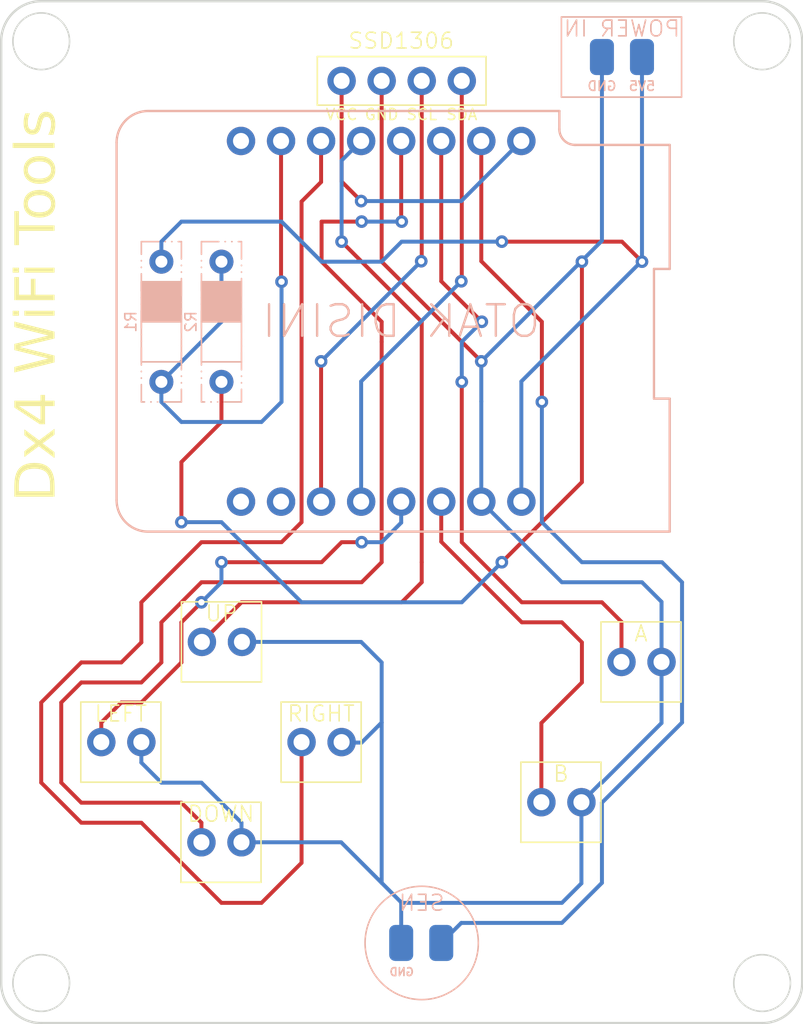
<source format=kicad_pcb>
(kicad_pcb (version 20221018) (generator pcbnew)
  (layers (0 "F.Cu" signal) (31 "B.Cu" signal) (34 "B.Paste" user) (35 "F.Paste" user) (36 "B.SilkS" user "B.Silkscreen") (37 "F.SilkS" user "F.Silkscreen") (38 "B.Mask" user) (39 "F.Mask" user) (44 "Edge.Cuts" user))
  (net 0 "")
  (footprint "WiFiTools:Button" (layer "F.Cu") (at 134.62 116.81)
    (fp_text reference "UP" (at 0 -1.8 unlocked) (layer "F.SilkS") (effects (font (thickness 0.1))))
    (fp_text value "Button")
    (fp_line (start -2.54 -2.54) (end 2.54 -2.54) (stroke (width 0.1)) (layer "F.SilkS"))
    (fp_line (start -2.54 2.54) (end -2.54 -2.54) (stroke (width 0.1)) (layer "F.SilkS"))
    (fp_line (start 2.54 -2.54) (end 2.54 2.54) (stroke (width 0.1)) (layer "F.SilkS"))
    (fp_line (start 2.54 2.54) (end -2.54 2.54) (stroke (width 0.1)) (layer "F.SilkS"))
    (pad "1" thru_hole circle (at -1.24 0) (size 1.8 1.8) (drill 1.016) (layers "*.Cu" "*.Mask"))
    (pad "2" thru_hole circle (at 1.3 0) (size 1.8 1.8) (drill 1.016) (layers "*.Cu" "*.Mask"))
  )
  (footprint "WiFiTools:Button" (layer "F.Cu") (at 156.15 126.97)
    (fp_text reference "B" (at 0 -1.8 unlocked) (layer "F.SilkS") (effects (font (thickness 0.1))))
    (fp_text value "Button")
    (fp_line (start -2.54 -2.54) (end 2.54 -2.54) (stroke (width 0.1)) (layer "F.SilkS"))
    (fp_line (start -2.54 2.54) (end -2.54 -2.54) (stroke (width 0.1)) (layer "F.SilkS"))
    (fp_line (start 2.54 -2.54) (end 2.54 2.54) (stroke (width 0.1)) (layer "F.SilkS"))
    (fp_line (start 2.54 2.54) (end -2.54 2.54) (stroke (width 0.1)) (layer "F.SilkS"))
    (pad "1" thru_hole circle (at -1.24 0) (size 1.8 1.8) (drill 1.016) (layers "*.Cu" "*.Mask"))
    (pad "2" thru_hole circle (at 1.3 0) (size 1.8 1.8) (drill 1.016) (layers "*.Cu" "*.Mask"))
  )
  (footprint "WiFiTools:oled" (layer "F.Cu") (at 146.02 86.33)
    (fp_text reference "SSD1306" (at 0 -7.62 unlocked) (layer "F.SilkS") (effects (font (thickness 0.1))))
    (fp_text value "oled" hide)
    (fp_text user "VCC" (at -3.78 -2.54 unlocked) (layer "F.SilkS") (effects (font (size 0.7 0.7) (thickness 0.1)) (justify bottom)))
    (fp_text user "SDA" (at 3.84 -2.54 unlocked) (layer "F.SilkS") (effects (font (size 0.7 0.7) (thickness 0.1)) (justify bottom)))
    (fp_text user "GND" (at -1.24 -2.54 unlocked) (layer "F.SilkS") (effects (font (size 0.7 0.7) (thickness 0.1)) (justify bottom)))
    (fp_text user "SCL" (at 1.3 -2.54 unlocked) (layer "F.SilkS") (effects (font (size 0.7 0.7) (thickness 0.1)) (justify bottom)))
    (fp_line (start -5.32 -6.62) (end 5.38 -6.62) (stroke (width 0.1)) (layer "F.SilkS"))
    (fp_line (start -5.32 -3.54) (end -5.32 -6.62) (stroke (width 0.1)) (layer "F.SilkS"))
    (fp_line (start 5.38 -6.62) (end 5.38 -3.54) (stroke (width 0.1)) (layer "F.SilkS"))
    (fp_line (start 5.38 -3.54) (end -5.32 -3.54) (stroke (width 0.1)) (layer "F.SilkS"))
    (pad "1" thru_hole circle (at -3.78 -5.08) (size 1.8 1.8) (drill 1.016) (layers "*.Cu" "*.Mask"))
    (pad "2" thru_hole circle (at -1.24 -5.08) (size 1.8 1.8) (drill 1.016) (layers "*.Cu" "*.Mask"))
    (pad "3" thru_hole circle (at 1.3 -5.08) (size 1.8 1.8) (drill 1.016) (layers "*.Cu" "*.Mask"))
    (pad "4" thru_hole circle (at 3.84 -5.08) (size 1.8 1.8) (drill 1.016) (layers "*.Cu" "*.Mask"))
  )
  (footprint "WiFiTools:Button" (layer "F.Cu") (at 140.94 123.16)
    (fp_text reference "RIGHT" (at 0 -1.8 unlocked) (layer "F.SilkS") (effects (font (thickness 0.1))))
    (fp_text value "Button")
    (fp_line (start -2.54 -2.54) (end 2.54 -2.54) (stroke (width 0.1)) (layer "F.SilkS"))
    (fp_line (start -2.54 2.54) (end -2.54 -2.54) (stroke (width 0.1)) (layer "F.SilkS"))
    (fp_line (start 2.54 -2.54) (end 2.54 2.54) (stroke (width 0.1)) (layer "F.SilkS"))
    (fp_line (start 2.54 2.54) (end -2.54 2.54) (stroke (width 0.1)) (layer "F.SilkS"))
    (pad "1" thru_hole circle (at -1.24 0) (size 1.8 1.8) (drill 1.016) (layers "*.Cu" "*.Mask"))
    (pad "2" thru_hole circle (at 1.3 0) (size 1.8 1.8) (drill 1.016) (layers "*.Cu" "*.Mask"))
  )
  (footprint "WiFiTools:Button" (layer "F.Cu") (at 134.59 129.51)
    (fp_text reference "DOWN" (at 0 -1.8 unlocked) (layer "F.SilkS") (effects (font (thickness 0.1))))
    (fp_text value "Button")
    (fp_line (start -2.54 -2.54) (end 2.54 -2.54) (stroke (width 0.1)) (layer "F.SilkS"))
    (fp_line (start -2.54 2.54) (end -2.54 -2.54) (stroke (width 0.1)) (layer "F.SilkS"))
    (fp_line (start 2.54 -2.54) (end 2.54 2.54) (stroke (width 0.1)) (layer "F.SilkS"))
    (fp_line (start 2.54 2.54) (end -2.54 2.54) (stroke (width 0.1)) (layer "F.SilkS"))
    (pad "1" thru_hole circle (at -1.24 0) (size 1.8 1.8) (drill 1.016) (layers "*.Cu" "*.Mask"))
    (pad "2" thru_hole circle (at 1.3 0) (size 1.8 1.8) (drill 1.016) (layers "*.Cu" "*.Mask"))
  )
  (footprint "WiFiTools:logo" (layer "F.Cu") (at 146.05 114.3)
    (fp_text reference "" (at 0 0) (layer "F.SilkS") (effects (font (size 1.5 1.5) (thickness 0.3) italic)))
    (fp_text value "LOGO" hide)
  )
  (footprint "WiFiTools:Button" (layer "F.Cu") (at 161.23 118.08)
    (fp_text reference "A" (at 0 -1.8 unlocked) (layer "F.SilkS") (effects (font (thickness 0.1))))
    (fp_text value "Button")
    (fp_line (start -2.54 -2.54) (end 2.54 -2.54) (stroke (width 0.1)) (layer "F.SilkS"))
    (fp_line (start -2.54 2.54) (end -2.54 -2.54) (stroke (width 0.1)) (layer "F.SilkS"))
    (fp_line (start 2.54 -2.54) (end 2.54 2.54) (stroke (width 0.1)) (layer "F.SilkS"))
    (fp_line (start 2.54 2.54) (end -2.54 2.54) (stroke (width 0.1)) (layer "F.SilkS"))
    (pad "1" thru_hole circle (at -1.24 0) (size 1.8 1.8) (drill 1.016) (layers "*.Cu" "*.Mask"))
    (pad "2" thru_hole circle (at 1.3 0) (size 1.8 1.8) (drill 1.016) (layers "*.Cu" "*.Mask"))
  )
  (footprint "WiFiTools:Button" (layer "F.Cu") (at 128.24 123.16)
    (fp_text reference "LEFT" (at 0 -1.8 unlocked) (layer "F.SilkS") (effects (font (thickness 0.1))))
    (fp_text value "Button")
    (fp_line (start -2.54 -2.54) (end 2.54 -2.54) (stroke (width 0.1)) (layer "F.SilkS"))
    (fp_line (start -2.54 2.54) (end -2.54 -2.54) (stroke (width 0.1)) (layer "F.SilkS"))
    (fp_line (start 2.54 -2.54) (end 2.54 2.54) (stroke (width 0.1)) (layer "F.SilkS"))
    (fp_line (start 2.54 2.54) (end -2.54 2.54) (stroke (width 0.1)) (layer "F.SilkS"))
    (pad "1" thru_hole circle (at -1.24 0) (size 1.8 1.8) (drill 1.016) (layers "*.Cu" "*.Mask"))
    (pad "2" thru_hole circle (at 1.3 0) (size 1.8 1.8) (drill 1.016) (layers "*.Cu" "*.Mask"))
  )
  (footprint "WiFiTools:Power 5V" (layer "B.Cu") (at 160.02 78.74 180)
    (fp_text reference "POWER IN" (at 0 0.8 unlocked) (layer "B.SilkS") (effects (font (thickness 0.1)) (justify mirror)))
    (fp_text value "Power 5V")
    (fp_text user "5V5" (at -1.27 -2.84 unlocked) (layer "B.SilkS") (effects (font (size 0.6 0.6) (thickness 0.1)) (justify mirror)))
    (fp_text user "GND" (at 1.27 -2.84 unlocked) (layer "B.SilkS") (effects (font (size 0.6 0.6) (thickness 0.1)) (justify mirror)))
    (fp_line (start -3.78 -3.54) (end -3.78 1.54) (stroke (width 0.1)) (layer "B.SilkS"))
    (fp_line (start -3.78 1.54) (end 3.84 1.54) (stroke (width 0.1)) (layer "B.SilkS"))
    (fp_line (start 3.84 -3.54) (end -3.78 -3.54) (stroke (width 0.1)) (layer "B.SilkS"))
    (fp_line (start 3.84 1.54) (end 3.84 -3.54) (stroke (width 0.1)) (layer "B.SilkS"))
    (pad "1" smd roundrect (at -1.27 -1 90) (size 2.286 1.524) (layers "B.Cu" "B.Paste" "B.Mask"))
    (pad "2" smd roundrect (at 1.27 -1 90) (size 2.286 1.524) (layers "B.Cu" "B.Paste" "B.Mask"))
  )
  (footprint "WiFiTools:Senter" (layer "B.Cu") (at 147.32 135.89 180)
    (fp_text reference "SEN" (at 0 2.54 unlocked) (layer "B.SilkS") (effects (font (thickness 0.1)) (justify mirror)))
    (fp_text value "Senter")
    (fp_text user "GND" (at 1.27 -1.84 unlocked) (layer "B.SilkS") (effects (font (size 0.5 0.5) (thickness 0.1)) (justify mirror)))
    (fp_circle (center 0 0) (end -2.54 2.54) (stroke (width 0.1)) (fill none) (layer "B.SilkS"))
    (pad "1" smd roundrect (at -1.24 0 90) (size 2.286 1.524) (layers "B.Cu" "B.Paste" "B.Mask"))
    (pad "2" smd roundrect (at 1.3 0 90) (size 2.286 1.524) (layers "B.Cu" "B.Paste" "B.Mask"))
  )
  (footprint "WiFiTools:Resistor" (layer "B.Cu") (at 134.62 96.52 -90)
    (fp_text reference "R2" (at 0 1.94 90 unlocked) (layer "B.SilkS") (effects (font (size 0.7 0.7) (thickness 0.1)) (justify mirror)))
    (fp_text value "Resistor")
    (fp_rect (start -5.08 1.27) (end 5.08 -1.27) (stroke (width 0.1) (type dash_dot_dot)) (fill none) (layer "B.SilkS"))
    (fp_rect (start -2.54 1.27) (end 0 -1.27) (stroke (width 0.1)) (fill solid) (layer "B.SilkS"))
    (fp_rect (start 0 1.27) (end 2.54 -1.27) (stroke (width 0.1)) (fill none) (layer "B.SilkS"))
    (pad "1" thru_hole circle (at -3.81 0 270) (size 1.524 1.524) (drill 0.762) (layers "*.Cu" "*.Mask"))
    (pad "2" thru_hole circle (at 3.81 0 270) (size 1.524 1.524) (drill 0.762) (layers "*.Cu" "*.Mask"))
  )
  (footprint "WiFiTools:wemos-d1-mini-connectors-only" (layer "B.Cu") (at 144.75 96.49 180)
    (fp_text reference "OTAK DISINI" (at -1.27 0) (layer "B.SilkS") (effects (font (size 2 2)) (justify mirror)))
    (fp_text value "Wemos-D1-mini")
    (fp_line (start -18.3 -13.33) (end 14.78 -13.33) (stroke (width 0.15)) (layer "B.SilkS"))
    (fp_line (start -18.3 -4.9) (end -18.3 -13.329999) (stroke (width 0.15)) (layer "B.SilkS"))
    (fp_line (start -18.3 3.32) (end -17.3 3.32) (stroke (width 0.15)) (layer "B.SilkS"))
    (fp_line (start -18.3 11.18) (end -18.3 3.32) (stroke (width 0.15)) (layer "B.SilkS"))
    (fp_line (start -18.3 11.18) (end -12.3 11.18) (stroke (width 0.15)) (layer "B.SilkS"))
    (fp_line (start -17.3 -4.9) (end -18.3 -4.9) (stroke (width 0.15)) (layer "B.SilkS"))
    (fp_line (start -17.3 3.32) (end -17.3 -4.9) (stroke (width 0.15)) (layer "B.SilkS"))
    (fp_line (start -11.3 12.17) (end -11.3 13.33) (stroke (width 0.15)) (layer "B.SilkS"))
    (fp_line (start -11.3 13.33) (end -11.3 13.33) (stroke (width 0.15)) (layer "B.SilkS"))
    (fp_line (start 14.78 13.33) (end -11.3 13.33) (stroke (width 0.15)) (layer "B.SilkS"))
    (fp_line (start 16.78 -11.33) (end 16.78 11.33) (stroke (width 0.15)) (layer "B.SilkS"))
    (fp_arc (start -12.3 11.18) (mid -11.592893 11.472893) (end -11.3 12.18) (stroke (width 0.15)) (layer "B.SilkS"))
    (fp_arc (start 14.78 -13.33) (mid 16.194214 -12.744214) (end 16.78 -11.33) (stroke (width 0.15)) (layer "B.SilkS"))
    (fp_arc (start 16.78 11.33) (mid 16.194214 12.744214) (end 14.78 13.33) (stroke (width 0.15)) (layer "B.SilkS"))
    (pad "1" thru_hole circle (at 8.89 11.43 180) (size 1.8 1.8) (drill 1.016) (layers "*.Cu" "*.Mask"))
    (pad "2" thru_hole circle (at 6.35 11.43 180) (size 1.8 1.8) (drill 1.016) (layers "*.Cu" "*.Mask"))
    (pad "3" thru_hole circle (at 3.81 11.43 180) (size 1.8 1.8) (drill 1.016) (layers "*.Cu" "*.Mask"))
    (pad "4" thru_hole circle (at 1.27 11.43 180) (size 1.8 1.8) (drill 1.016) (layers "*.Cu" "*.Mask"))
    (pad "5" thru_hole circle (at -1.27 11.43 180) (size 1.8 1.8) (drill 1.016) (layers "*.Cu" "*.Mask"))
    (pad "6" thru_hole circle (at -3.81 11.43 180) (size 1.8 1.8) (drill 1.016) (layers "*.Cu" "*.Mask"))
    (pad "7" thru_hole circle (at -6.35 11.43 180) (size 1.8 1.8) (drill 1.016) (layers "*.Cu" "*.Mask"))
    (pad "8" thru_hole circle (at -8.89 11.43 180) (size 1.8 1.8) (drill 1.016) (layers "*.Cu" "*.Mask"))
    (pad "9" thru_hole circle (at -8.89 -11.43 180) (size 1.8 1.8) (drill 1.016) (layers "*.Cu" "*.Mask"))
    (pad "10" thru_hole circle (at -6.35 -11.43 180) (size 1.8 1.8) (drill 1.016) (layers "*.Cu" "*.Mask"))
    (pad "11" thru_hole circle (at -3.81 -11.43 180) (size 1.8 1.8) (drill 1.016) (layers "*.Cu" "*.Mask"))
    (pad "12" thru_hole circle (at -1.27 -11.43 180) (size 1.8 1.8) (drill 1.016) (layers "*.Cu" "*.Mask"))
    (pad "13" thru_hole circle (at 1.27 -11.43 180) (size 1.8 1.8) (drill 1.016) (layers "*.Cu" "*.Mask"))
    (pad "14" thru_hole circle (at 3.81 -11.43 180) (size 1.8 1.8) (drill 1.016) (layers "*.Cu" "*.Mask"))
    (pad "15" thru_hole circle (at 6.35 -11.43 180) (size 1.8 1.8) (drill 1.016) (layers "*.Cu" "*.Mask"))
    (pad "16" thru_hole circle (at 8.89 -11.43 180) (size 1.8 1.8) (drill 1.016) (layers "*.Cu" "*.Mask"))
  )
  (footprint "WiFiTools:Resistor" (layer "B.Cu") (at 130.81 96.52 -90)
    (fp_text reference "R1" (at 0 1.94 90 unlocked) (layer "B.SilkS") (effects (font (size 0.7 0.7) (thickness 0.1)) (justify mirror)))
    (fp_text value "Resistor")
    (fp_rect (start -5.08 1.27) (end 5.08 -1.27) (stroke (width 0.1) (type dash_dot_dot)) (fill none) (layer "B.SilkS"))
    (fp_rect (start -2.54 1.27) (end 0 -1.27) (stroke (width 0.1)) (fill solid) (layer "B.SilkS"))
    (fp_rect (start 0 1.27) (end 2.54 -1.27) (stroke (width 0.1)) (fill none) (layer "B.SilkS"))
    (pad "1" thru_hole circle (at -3.81 0 270) (size 1.524 1.524) (drill 0.762) (layers "*.Cu" "*.Mask"))
    (pad "2" thru_hole circle (at 3.81 0 270) (size 1.524 1.524) (drill 0.762) (layers "*.Cu" "*.Mask"))
  )
  (gr_arc (start 171.45 138.43) (mid 170.706051 140.226051) (end 168.91 140.97) (stroke (width 0.15)) (layer "Edge.Cuts"))
  (gr_line (start 171.45 138.43) (end 171.45 78.74) (stroke (width 0.15)) (layer "Edge.Cuts"))
  (gr_circle (center 123.19 138.43) (end 121.393949 138.43) (stroke (width 0.1)) (fill none) (layer "Edge.Cuts"))
  (gr_line (start 120.65 78.74) (end 120.65 138.43) (stroke (width 0.15)) (layer "Edge.Cuts"))
  (gr_line (start 168.91 76.2) (end 123.19 76.2) (stroke (width 0.15)) (layer "Edge.Cuts"))
  (gr_arc (start 123.19 140.97) (mid 121.393949 140.226051) (end 120.65 138.43) (stroke (width 0.15)) (layer "Edge.Cuts"))
  (gr_circle (center 168.91 78.74) (end 170.18 77.47) (stroke (width 0.1)) (fill none) (layer "Edge.Cuts"))
  (gr_arc (start 168.91 76.2) (mid 170.706051 76.943949) (end 171.45 78.74) (stroke (width 0.15)) (layer "Edge.Cuts"))
  (gr_circle (center 168.91 138.43) (end 167.113949 138.43) (stroke (width 0.1)) (fill none) (layer "Edge.Cuts"))
  (gr_line (start 123.19 140.97) (end 168.91 140.97) (stroke (width 0.15)) (layer "Edge.Cuts"))
  (gr_arc (start 120.65 78.74) (mid 121.393949 76.943949) (end 123.19 76.2) (stroke (width 0.15)) (layer "Edge.Cuts"))
  (gr_circle (center 123.19 78.74) (end 121.393949 78.74) (stroke (width 0.1)) (fill none) (layer "Edge.Cuts"))
  (gr_text "Dx4 WiFi Tools" (at 124.46 107.95 90) (layer "F.SilkS") (effects (font (size 2.5 2.5)) (justify left bottom)))
  (segment (start 132.08 127) (end 125.73 127) (width 0.25) (layer "F.Cu") (net 0))
  (segment (start 140.94 87.66) (end 140.94 85.06) (width 0.25) (layer "F.Cu") (net 0))
  (segment (start 139.7 123.16) (end 139.7 130.81) (width 0.25) (layer "F.Cu") (net 0))
  (segment (start 127 121.92) (end 128.27 120.65) (width 0.25) (layer "F.Cu") (net 0))
  (segment (start 147.32 96.52) (end 143.51 92.71) (width 0.25) (layer "F.Cu") (net 0))
  (segment (start 161.29 92.71) (end 160.02 91.44) (width 0.25) (layer "F.Cu") (net 0))
  (segment (start 153.67 115.57) (end 148.56 110.46) (width 0.25) (layer "F.Cu") (net 0))
  (segment (start 144.78 81.25) (end 144.78 92.71) (width 0.25) (layer "F.Cu") (net 0))
  (segment (start 147.32 81.25) (end 147.32 92.65) (width 0.25) (layer "F.Cu") (net 0))
  (segment (start 138.43 93.98) (end 138.4 93.95) (width 0.25) (layer "F.Cu") (net 0))
  (segment (start 147.32 111.76) (end 147.32 96.52) (width 0.25) (layer "F.Cu") (net 0))
  (segment (start 157.48 106.68) (end 157.48 92.71) (width 0.25) (layer "F.Cu") (net 0))
  (segment (start 152.4 111.76) (end 157.48 106.68) (width 0.25) (layer "F.Cu") (net 0))
  (segment (start 142.24 110.49) (end 143.51 110.49) (width 0.25) (layer "F.Cu") (net 0))
  (segment (start 149.86 81.25) (end 149.86 93.92) (width 0.25) (layer "F.Cu") (net 0))
  (segment (start 158.75 114.3) (end 153.67 114.3) (width 0.25) (layer "F.Cu") (net 0))
  (segment (start 148.56 85.06) (end 148.56 93.95) (width 0.25) (layer "F.Cu") (net 0))
  (segment (start 133.38 116.81) (end 135.89 114.3) (width 0.25) (layer "F.Cu") (net 0))
  (segment (start 134.62 133.35) (end 129.54 128.27) (width 0.25) (layer "F.Cu") (net 0))
  (segment (start 146.02 85.06) (end 146.02 90.14) (width 0.25) (layer "F.Cu") (net 0))
  (segment (start 144.78 111.76) (end 144.78 97.79) (width 0.25) (layer "F.Cu") (net 0))
  (segment (start 124.46 120.65) (end 125.73 119.38) (width 0.25) (layer "F.Cu") (net 0))
  (segment (start 129.54 119.38) (end 130.81 118.11) (width 0.25) (layer "F.Cu") (net 0))
  (segment (start 132.08 118.11) (end 132.08 115.57) (width 0.25) (layer "F.Cu") (net 0))
  (segment (start 137.16 133.35) (end 134.62 133.35) (width 0.25) (layer "F.Cu") (net 0))
  (segment (start 135.89 114.3) (end 146.05 114.3) (width 0.25) (layer "F.Cu") (net 0))
  (segment (start 130.81 115.57) (end 133.35 113.03) (width 0.25) (layer "F.Cu") (net 0))
  (segment (start 142.24 87.63) (end 143.48 88.87) (width 0.25) (layer "F.Cu") (net 0))
  (segment (start 153.67 114.3) (end 149.86 110.49) (width 0.25) (layer "F.Cu") (net 0))
  (segment (start 132.08 115.57) (end 133.35 114.3) (width 0.25) (layer "F.Cu") (net 0))
  (segment (start 146.02 90.14) (end 146.05 90.17) (width 0.25) (layer "F.Cu") (net 0))
  (segment (start 151.1 92.68) (end 151.1 85.06) (width 0.25) (layer "F.Cu") (net 0))
  (segment (start 144.78 96.52) (end 140.97 92.71) (width 0.25) (layer "F.Cu") (net 0))
  (segment (start 154.94 96.52) (end 151.1 92.68) (width 0.25) (layer "F.Cu") (net 0))
  (segment (start 154.91 121.95) (end 157.48 119.38) (width 0.25) (layer "F.Cu") (net 0))
  (segment (start 129.54 128.27) (end 125.73 128.27) (width 0.25) (layer "F.Cu") (net 0))
  (segment (start 160.02 91.44) (end 152.4 91.44) (width 0.25) (layer "F.Cu") (net 0))
  (segment (start 138.43 110.49) (end 139.7 109.22) (width 0.25) (layer "F.Cu") (net 0))
  (segment (start 144.78 97.79) (end 144.78 96.52) (width 0.25) (layer "F.Cu") (net 0))
  (segment (start 129.54 114.3) (end 133.35 110.49) (width 0.25) (layer "F.Cu") (net 0))
  (segment (start 159.99 115.54) (end 158.75 114.3) (width 0.25) (layer "F.Cu") (net 0))
  (segment (start 148.56 110.46) (end 148.56 107.92) (width 0.25) (layer "F.Cu") (net 0))
  (segment (start 125.73 119.38) (end 129.54 119.38) (width 0.25) (layer "F.Cu") (net 0))
  (segment (start 144.78 92.71) (end 151.1 99.03) (width 0.25) (layer "F.Cu") (net 0))
  (segment (start 134.62 102.87) (end 132.08 105.41) (width 0.25) (layer "F.Cu") (net 0))
  (segment (start 125.73 118.11) (end 128.27 118.11) (width 0.25) (layer "F.Cu") (net 0))
  (segment (start 133.35 110.49) (end 138.43 110.49) (width 0.25) (layer "F.Cu") (net 0))
  (segment (start 129.54 120.65) (end 132.08 118.11) (width 0.25) (layer "F.Cu") (net 0))
  (segment (start 127 123.16) (end 127 121.92) (width 0.25) (layer "F.Cu") (net 0))
  (segment (start 143.51 92.71) (end 142.24 91.44) (width 0.25) (layer "F.Cu") (net 0))
  (segment (start 149.86 110.49) (end 149.86 100.33) (width 0.25) (layer "F.Cu") (net 0))
  (segment (start 133.35 113.03) (end 143.51 113.03) (width 0.25) (layer "F.Cu") (net 0))
  (segment (start 142.24 81.25) (end 142.24 87.63) (width 0.25) (layer "F.Cu") (net 0))
  (segment (start 147.32 113.03) (end 147.32 111.76) (width 0.25) (layer "F.Cu") (net 0))
  (segment (start 124.46 125.73) (end 124.46 120.65) (width 0.25) (layer "F.Cu") (net 0))
  (segment (start 146.05 114.3) (end 147.32 113.03) (width 0.25) (layer "F.Cu") (net 0))
  (segment (start 132.08 105.41) (end 132.08 109.22) (width 0.25) (layer "F.Cu") (net 0))
  (segment (start 138.4 93.95) (end 138.4 85.06) (width 0.25) (layer "F.Cu") (net 0))
  (segment (start 154.94 101.6) (end 154.94 96.52) (width 0.25) (layer "F.Cu") (net 0))
  (segment (start 129.54 116.84) (end 129.54 114.3) (width 0.25) (layer "F.Cu") (net 0))
  (segment (start 148.56 93.95) (end 151.13 96.52) (width 0.25) (layer "F.Cu") (net 0))
  (segment (start 130.81 118.11) (end 130.81 115.57) (width 0.25) (layer "F.Cu") (net 0))
  (segment (start 140.97 90.17) (end 143.51 90.17) (width 0.25) (layer "F.Cu") (net 0))
  (segment (start 143.51 113.03) (end 144.78 111.76) (width 0.25) (layer "F.Cu") (net 0))
  (segment (start 134.62 100.33) (end 134.62 102.87) (width 0.25) (layer "F.Cu") (net 0))
  (segment (start 139.7 109.22) (end 139.7 88.9) (width 0.25) (layer "F.Cu") (net 0))
  (segment (start 123.19 125.73) (end 123.19 120.65) (width 0.25) (layer "F.Cu") (net 0))
  (segment (start 123.19 120.65) (end 125.73 118.11) (width 0.25) (layer "F.Cu") (net 0))
  (segment (start 140.97 111.76) (end 142.24 110.49) (width 0.25) (layer "F.Cu") (net 0))
  (segment (start 140.97 92.71) (end 140.97 90.17) (width 0.25) (layer "F.Cu") (net 0))
  (segment (start 157.48 119.38) (end 157.48 116.84) (width 0.25) (layer "F.Cu") (net 0))
  (segment (start 149.86 93.92) (end 149.83 93.95) (width 0.25) (layer "F.Cu") (net 0))
  (segment (start 154.91 126.97) (end 154.91 121.95) (width 0.25) (layer "F.Cu") (net 0))
  (segment (start 133.35 128.27) (end 132.08 127) (width 0.25) (layer "F.Cu") (net 0))
  (segment (start 133.35 129.51) (end 133.35 128.27) (width 0.25) (layer "F.Cu") (net 0))
  (segment (start 159.99 118.08) (end 159.99 115.54) (width 0.25) (layer "F.Cu") (net 0))
  (segment (start 140.94 107.92) (end 140.94 99.03) (width 0.25) (layer "F.Cu") (net 0))
  (segment (start 156.21 115.57) (end 153.67 115.57) (width 0.25) (layer "F.Cu") (net 0))
  (segment (start 128.27 120.65) (end 129.54 120.65) (width 0.25) (layer "F.Cu") (net 0))
  (segment (start 134.62 111.76) (end 140.97 111.76) (width 0.25) (layer "F.Cu") (net 0))
  (segment (start 128.27 118.11) (end 129.54 116.84) (width 0.25) (layer "F.Cu") (net 0))
  (segment (start 125.73 127) (end 124.46 125.73) (width 0.25) (layer "F.Cu") (net 0))
  (segment (start 139.7 88.9) (end 140.94 87.66) (width 0.25) (layer "F.Cu") (net 0))
  (segment (start 125.73 128.27) (end 123.19 125.73) (width 0.25) (layer "F.Cu") (net 0))
  (segment (start 139.7 130.81) (end 137.16 133.35) (width 0.25) (layer "F.Cu") (net 0))
  (segment (start 147.32 92.65) (end 147.29 92.68) (width 0.25) (layer "F.Cu") (net 0))
  (segment (start 157.48 116.84) (end 156.21 115.57) (width 0.25) (layer "F.Cu") (net 0))
  (via (at 152.4 111.76) (size 0.8) (drill 0.4) (layers "F.Cu" "B.Cu") (net 0))
  (via (at 142.24 91.44) (size 0.8) (drill 0.4) (layers "F.Cu" "B.Cu") (net 0))
  (via (at 157.48 92.71) (size 0.8) (drill 0.4) (layers "F.Cu" "B.Cu") (net 0))
  (via (at 143.48 88.87) (size 0.8) (drill 0.4) (layers "F.Cu" "B.Cu") (net 0))
  (via (at 149.86 100.33) (size 0.8) (drill 0.4) (layers "F.Cu" "B.Cu") (net 0))
  (via (at 149.83 93.95) (size 0.8) (drill 0.4) (layers "F.Cu" "B.Cu") (net 0))
  (via (at 147.29 92.68) (size 0.8) (drill 0.4) (layers "F.Cu" "B.Cu") (net 0))
  (via (at 151.1 99.03) (size 0.8) (drill 0.4) (layers "F.Cu" "B.Cu") (net 0))
  (via (at 146.05 90.17) (size 0.8) (drill 0.4) (layers "F.Cu" "B.Cu") (net 0))
  (via (at 143.51 90.17) (size 0.8) (drill 0.4) (layers "F.Cu" "B.Cu") (net 0))
  (via (at 152.4 91.44) (size 0.8) (drill 0.4) (layers "F.Cu" "B.Cu") (net 0))
  (via (at 143.51 110.49) (size 0.8) (drill 0.4) (layers "F.Cu" "B.Cu") (net 0))
  (via (at 132.08 109.22) (size 0.8) (drill 0.4) (layers "F.Cu" "B.Cu") (net 0))
  (via (at 133.35 114.3) (size 0.8) (drill 0.4) (layers "F.Cu" "B.Cu") (net 0))
  (via (at 151.13 96.52) (size 0.8) (drill 0.4) (layers "F.Cu" "B.Cu") (net 0))
  (via (at 140.94 99.03) (size 0.8) (drill 0.4) (layers "F.Cu" "B.Cu") (net 0))
  (via (at 138.43 93.98) (size 0.8) (drill 0.4) (layers "F.Cu" "B.Cu") (net 0))
  (via (at 154.94 101.6) (size 0.8) (drill 0.4) (layers "F.Cu" "B.Cu") (net 0))
  (via (at 161.29 92.71) (size 0.8) (drill 0.4) (layers "F.Cu" "B.Cu") (net 0))
  (via (at 134.62 111.76) (size 0.8) (drill 0.4) (layers "F.Cu" "B.Cu") (net 0))
  (segment (start 161.29 79.74) (end 161.29 92.65) (width 0.25) (layer "B.Cu") (net 0))
  (segment (start 130.81 125.73) (end 133.35 125.73) (width 0.25) (layer "B.Cu") (net 0))
  (segment (start 146.02 135.89) (end 146.02 133.38) (width 0.25) (layer "B.Cu") (net 0))
  (segment (start 162.53 118.08) (end 162.53 114.27) (width 0.25) (layer "B.Cu") (net 0))
  (segment (start 134.62 109.22) (end 139.7 114.3) (width 0.25) (layer "B.Cu") (net 0))
  (segment (start 149.86 114.3) (end 152.4 111.76) (width 0.25) (layer "B.Cu") (net 0))
  (segment (start 162.53 121.95) (end 162.53 118.08) (width 0.25) (layer "B.Cu") (net 0))
  (segment (start 133.35 125.73) (end 135.89 128.27) (width 0.25) (layer "B.Cu") (net 0))
  (segment (start 157.45 132.11) (end 157.45 126.97) (width 0.25) (layer "B.Cu") (net 0))
  (segment (start 132.08 102.87) (end 137.16 102.87) (width 0.25) (layer "B.Cu") (net 0))
  (segment (start 132.08 109.22) (end 134.62 109.22) (width 0.25) (layer "B.Cu") (net 0))
  (segment (start 154.94 109.22) (end 154.94 101.6) (width 0.25) (layer "B.Cu") (net 0))
  (segment (start 161.29 92.71) (end 161.23 92.71) (width 0.25) (layer "B.Cu") (net 0))
  (segment (start 156.21 134.62) (end 158.75 132.08) (width 0.25) (layer "B.Cu") (net 0))
  (segment (start 143.48 100.3) (end 143.48 107.92) (width 0.25) (layer "B.Cu") (net 0))
  (segment (start 144.78 118.11) (end 144.78 121.92) (width 0.25) (layer "B.Cu") (net 0))
  (segment (start 158.75 91.38) (end 157.48 92.65) (width 0.25) (layer "B.Cu") (net 0))
  (segment (start 151.13 96.52) (end 149.86 97.79) (width 0.25) (layer "B.Cu") (net 0))
  (segment (start 143.51 123.19) (end 144.78 121.92) (width 0.25) (layer "B.Cu") (net 0))
  (segment (start 135.89 128.27) (end 135.89 129.51) (width 0.25) (layer "B.Cu") (net 0))
  (segment (start 157.48 111.76) (end 154.94 109.22) (width 0.25) (layer "B.Cu") (net 0))
  (segment (start 142.24 123.16) (end 142.27 123.19) (width 0.25) (layer "B.Cu") (net 0))
  (segment (start 158.75 132.08) (end 158.75 127) (width 0.25) (layer "B.Cu") (net 0))
  (segment (start 146.02 133.38) (end 146.05 133.35) (width 0.25) (layer "B.Cu") (net 0))
  (segment (start 157.45 126.97) (end 158.69 125.73) (width 0.25) (layer "B.Cu") (net 0))
  (segment (start 130.81 101.6) (end 132.08 102.87) (width 0.25) (layer "B.Cu") (net 0))
  (segment (start 129.54 124.46) (end 130.81 125.73) (width 0.25) (layer "B.Cu") (net 0))
  (segment (start 161.29 92.65) (end 161.29 92.71) (width 0.25) (layer "B.Cu") (net 0))
  (segment (start 144.78 121.92) (end 144.78 132.08) (width 0.25) (layer "B.Cu") (net 0))
  (segment (start 158.75 127) (end 163.83 121.92) (width 0.25) (layer "B.Cu") (net 0))
  (segment (start 152.4 91.44) (end 146.05 91.44) (width 0.25) (layer "B.Cu") (net 0))
  (segment (start 149.83 134.62) (end 156.21 134.62) (width 0.25) (layer "B.Cu") (net 0))
  (segment (start 146.02 107.92) (end 146.02 109.25) (width 0.25) (layer "B.Cu") (net 0))
  (segment (start 140.97 92.71) (end 138.43 90.17) (width 0.25) (layer "B.Cu") (net 0))
  (segment (start 133.35 114.3) (end 134.62 113.03) (width 0.25) (layer "B.Cu") (net 0))
  (segment (start 151.1 99.03) (end 151.1 101.57) (width 0.25) (layer "B.Cu") (net 0))
  (segment (start 158.75 79.74) (end 158.75 91.38) (width 0.25) (layer "B.Cu") (net 0))
  (segment (start 157.48 92.65) (end 157.48 92.71) (width 0.25) (layer "B.Cu") (net 0))
  (segment (start 148.56 135.89) (end 149.83 134.62) (width 0.25) (layer "B.Cu") (net 0))
  (segment (start 146.05 133.35) (end 156.21 133.35) (width 0.25) (layer "B.Cu") (net 0))
  (segment (start 130.81 100.33) (end 130.81 101.6) (width 0.25) (layer "B.Cu") (net 0))
  (segment (start 161.29 92.65) (end 161.29 92.65) (width 0.25) (layer "B.Cu") (net 0))
  (segment (start 151.1 101.57) (end 151.1 107.92) (width 0.25) (layer "B.Cu") (net 0))
  (segment (start 143.48 88.87) (end 149.83 88.87) (width 0.25) (layer "B.Cu") (net 0))
  (segment (start 138.43 90.17) (end 132.08 90.17) (width 0.25) (layer "B.Cu") (net 0))
  (segment (start 161.23 92.71) (end 153.64 100.3) (width 0.25) (layer "B.Cu") (net 0))
  (segment (start 134.62 92.71) (end 134.62 96.52) (width 0.25) (layer "B.Cu") (net 0))
  (segment (start 137.16 102.87) (end 138.43 101.6) (width 0.25) (layer "B.Cu") (net 0))
  (segment (start 142.24 86.3) (end 143.48 85.06) (width 0.25) (layer "B.Cu") (net 0))
  (segment (start 149.83 88.87) (end 153.64 85.06) (width 0.25) (layer "B.Cu") (net 0))
  (segment (start 156.21 113.03) (end 151.1 107.92) (width 0.25) (layer "B.Cu") (net 0))
  (segment (start 149.86 97.79) (end 149.86 100.33) (width 0.25) (layer "B.Cu") (net 0))
  (segment (start 134.62 113.03) (end 134.62 111.76) (width 0.25) (layer "B.Cu") (net 0))
  (segment (start 163.83 113.03) (end 162.56 111.76) (width 0.25) (layer "B.Cu") (net 0))
  (segment (start 161.29 113.03) (end 156.21 113.03) (width 0.25) (layer "B.Cu") (net 0))
  (segment (start 157.42 92.71) (end 151.1 99.03) (width 0.25) (layer "B.Cu") (net 0))
  (segment (start 163.83 121.92) (end 163.83 113.03) (width 0.25) (layer "B.Cu") (net 0))
  (segment (start 156.21 133.35) (end 157.45 132.11) (width 0.25) (layer "B.Cu") (net 0))
  (segment (start 135.89 129.51) (end 142.21 129.51) (width 0.25) (layer "B.Cu") (net 0))
  (segment (start 129.54 123.16) (end 129.54 124.46) (width 0.25) (layer "B.Cu") (net 0))
  (segment (start 158.75 125.73) (end 162.53 121.95) (width 0.25) (layer "B.Cu") (net 0))
  (segment (start 134.62 96.52) (end 130.81 100.33) (width 0.25) (layer "B.Cu") (net 0))
  (segment (start 138.43 101.6) (end 138.43 93.98) (width 0.25) (layer "B.Cu") (net 0))
  (segment (start 130.81 91.44) (end 130.81 92.71) (width 0.25) (layer "B.Cu") (net 0))
  (segment (start 135.92 116.81) (end 143.48 116.81) (width 0.25) (layer "B.Cu") (net 0))
  (segment (start 158.69 125.73) (end 158.75 125.73) (width 0.25) (layer "B.Cu") (net 0))
  (segment (start 144.78 92.71) (end 140.97 92.71) (width 0.25) (layer "B.Cu") (net 0))
  (segment (start 157.48 92.71) (end 157.42 92.71) (width 0.25) (layer "B.Cu") (net 0))
  (segment (start 153.64 100.3) (end 153.64 107.92) (width 0.25) (layer "B.Cu") (net 0))
  (segment (start 146.05 91.44) (end 144.78 92.71) (width 0.25) (layer "B.Cu") (net 0))
  (segment (start 147.29 92.68) (end 140.94 99.03) (width 0.25) (layer "B.Cu") (net 0))
  (segment (start 144.78 110.49) (end 143.51 110.49) (width 0.25) (layer "B.Cu") (net 0))
  (segment (start 149.83 93.95) (end 143.48 100.3) (width 0.25) (layer "B.Cu") (net 0))
  (segment (start 143.48 116.81) (end 144.78 118.11) (width 0.25) (layer "B.Cu") (net 0))
  (segment (start 132.08 90.17) (end 130.81 91.44) (width 0.25) (layer "B.Cu") (net 0))
  (segment (start 142.21 129.51) (end 144.78 132.08) (width 0.25) (layer "B.Cu") (net 0))
  (segment (start 143.51 90.17) (end 146.05 90.17) (width 0.25) (layer "B.Cu") (net 0))
  (segment (start 139.7 114.3) (end 149.86 114.3) (width 0.25) (layer "B.Cu") (net 0))
  (segment (start 144.78 132.08) (end 146.05 133.35) (width 0.25) (layer "B.Cu") (net 0))
  (segment (start 162.53 114.27) (end 161.29 113.03) (width 0.25) (layer "B.Cu") (net 0))
  (segment (start 142.24 91.44) (end 142.24 86.3) (width 0.25) (layer "B.Cu") (net 0))
  (segment (start 162.56 111.76) (end 157.48 111.76) (width 0.25) (layer "B.Cu") (net 0))
  (segment (start 146.02 109.25) (end 144.78 110.49) (width 0.25) (layer "B.Cu") (net 0))
  (segment (start 142.27 123.19) (end 143.51 123.19) (width 0.25) (layer "B.Cu") (net 0))
)
</source>
